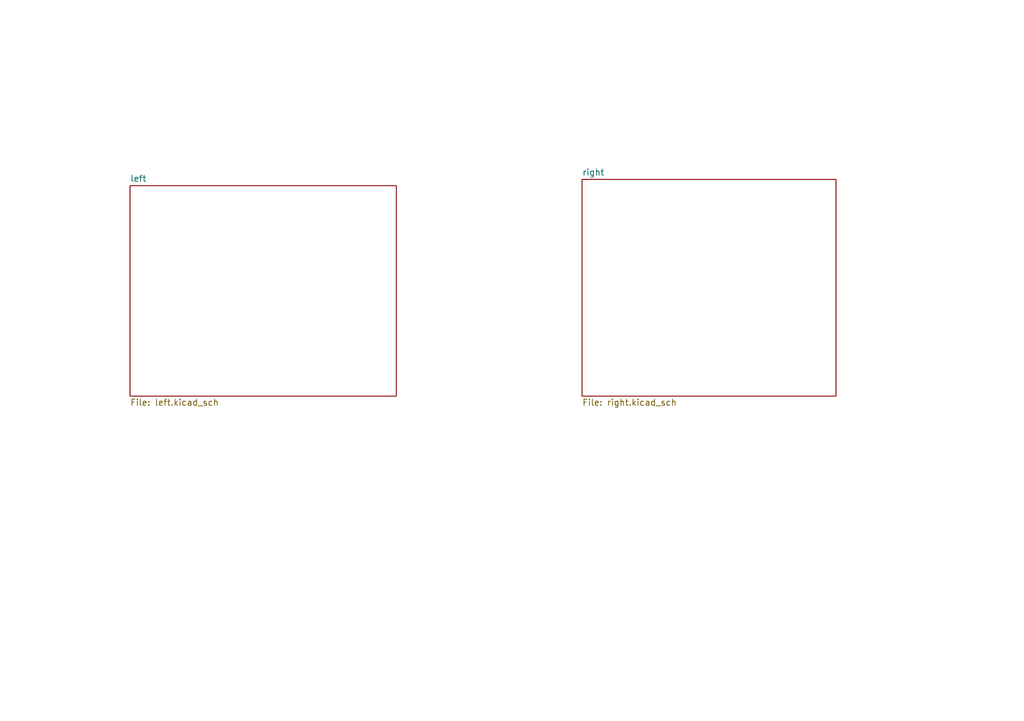
<source format=kicad_sch>
(kicad_sch
	(version 20231120)
	(generator "eeschema")
	(generator_version "8.0")
	(uuid "4cc5d416-57f5-4147-8183-e03ae6b1198a")
	(paper "A5")
	(title_block
		(title "Corne")
		(date "2023-09-23")
		(rev "4.0.0")
		(company "foostan")
	)
	(lib_symbols)
	(sheet
		(at 26.67 38.1)
		(size 54.61 43.18)
		(fields_autoplaced yes)
		(stroke
			(width 0.1524)
			(type solid)
		)
		(fill
			(color 0 0 0 0.0000)
		)
		(uuid "089db7cd-2934-428b-a62a-55e0735649ba")
		(property "Sheetname" "left"
			(at 26.67 37.3884 0)
			(effects
				(font
					(size 1.27 1.27)
				)
				(justify left bottom)
			)
		)
		(property "Sheetfile" "left.kicad_sch"
			(at 26.67 81.8646 0)
			(effects
				(font
					(size 1.27 1.27)
				)
				(justify left top)
			)
		)
		(instances
			(project "corne-cherry"
				(path "/4cc5d416-57f5-4147-8183-e03ae6b1198a"
					(page "2")
				)
			)
		)
	)
	(sheet
		(at 119.38 36.83)
		(size 52.07 44.45)
		(fields_autoplaced yes)
		(stroke
			(width 0.1524)
			(type solid)
		)
		(fill
			(color 0 0 0 0.0000)
		)
		(uuid "50d96a5e-3d25-4129-9495-15388c76587f")
		(property "Sheetname" "right"
			(at 119.38 36.1184 0)
			(effects
				(font
					(size 1.27 1.27)
				)
				(justify left bottom)
			)
		)
		(property "Sheetfile" "right.kicad_sch"
			(at 119.38 81.8646 0)
			(effects
				(font
					(size 1.27 1.27)
				)
				(justify left top)
			)
		)
		(instances
			(project "corne-cherry"
				(path "/4cc5d416-57f5-4147-8183-e03ae6b1198a"
					(page "3")
				)
			)
		)
	)
	(sheet_instances
		(path "/"
			(page "1")
		)
	)
)

</source>
